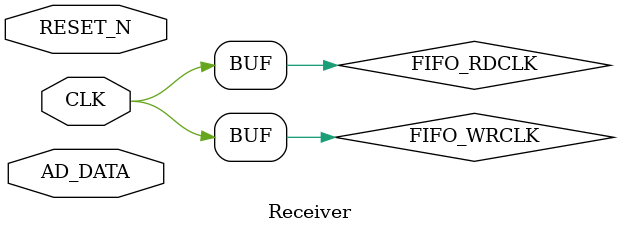
<source format=v>
module Receiver(
        input    wire                CLK,
        input    wire                RESET_N,
        input    wire     [15:0]     AD_DATA,
        
    );



    always @(posedge CLK or negedge RESET_N) begin
        if (!RESET_N) begin
            FIFO_ACLR <= 1;
        end else begin
            FIFO_ACLR <= 0;
        end
    end



    /************************** FIFO interface **************************/
    wire  [15:0]   IDATA;
    wire  [15:0]   QDATA;
    wire           VALID;

    reg            FIFO_ACLR;
    wire  [31:0]   FIFO_DATA;
    wire           FIFO_RDCLK;
    reg            FIFO_RDREQ;
    wire           FIFO_WRCLK;
    reg            FIFO_WRREQ;
    wire  [31:0]   FIFO_Q;
    wire           FIFO_RDEMPTY;
    wire           FIFO_WRFULL;

    DDC ddc(
        .CLK         (CLK),
        .RESET_N     (RESET_N),
        .NCO_PIF     (601295421),
        .AD_DATA     (AD_DATA),
        .DATA0       (IDATA),
        .VALID0      (VALID),
        .DATA1       (QDATA),
        .VALID1      ()
    );

    assign FIFO_RDCLK = CLK;
    assign FIFO_WRCLK = CLK;
    assign FIFO_DATA  = {QDATA[15:0],IDATA[15:0]};
    assign FIFO_WRREQ = VALID;

    FIFO_32bit  BUFFER_32bit (
        .aclr    ( FIFO_ACLR    ),    // input	        aclr;
        .data    ( FIFO_DATA    ),    // input	[31:0]  data;
        .rdclk   ( FIFO_RDCLK   ),    // input	        rdclk;
        .rdreq   ( FIFO_RDREQ   ),    // input	        rdreq;
        .wrclk   ( FIFO_WRCLK   ),    // input	        wrclk;
        .wrreq   ( FIFO_WRREQ   ),    // input	        wrreq;
        .q       ( FIFO_Q       ),    // output	[31:0]  q;
        .rdempty ( FIFO_RDEMPTY ),    // output	        rdempty;
        .wrfull  ( FIFO_WRFULL  )     // output	        wrfull;
    );

endmodule

</source>
